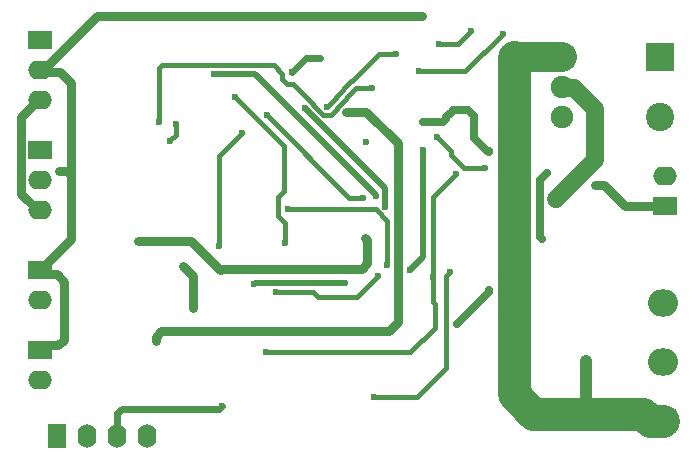
<source format=gbl>
G04*
G04 #@! TF.GenerationSoftware,Altium Limited,Altium Designer,22.5.1 (42)*
G04*
G04 Layer_Physical_Order=2*
G04 Layer_Color=16711680*
%FSLAX44Y44*%
%MOMM*%
G71*
G04*
G04 #@! TF.SameCoordinates,7BE4DF7C-7C26-4D94-8E65-31FE19049D94*
G04*
G04*
G04 #@! TF.FilePolarity,Positive*
G04*
G01*
G75*
%ADD16C,0.5000*%
%ADD60C,0.4000*%
%ADD61C,0.8000*%
%ADD63C,1.0000*%
%ADD64C,0.7000*%
%ADD66C,0.6000*%
%ADD67C,2.8000*%
%ADD68C,2.5000*%
G04:AMPARAMS|DCode=69|XSize=2.54mm|YSize=2.3mm|CornerRadius=0.575mm|HoleSize=0mm|Usage=FLASHONLY|Rotation=180.000|XOffset=0mm|YOffset=0mm|HoleType=Round|Shape=RoundedRectangle|*
%AMROUNDEDRECTD69*
21,1,2.5400,1.1500,0,0,180.0*
21,1,1.3900,2.3000,0,0,180.0*
1,1,1.1500,-0.6950,0.5750*
1,1,1.1500,0.6950,0.5750*
1,1,1.1500,0.6950,-0.5750*
1,1,1.1500,-0.6950,-0.5750*
%
%ADD69ROUNDEDRECTD69*%
%ADD70O,2.5400X2.3000*%
%ADD71R,2.0000X1.6000*%
%ADD72O,2.0000X1.6000*%
%ADD73R,1.9100X1.9100*%
%ADD74C,1.9100*%
%ADD75R,1.6000X2.0000*%
%ADD76O,1.6000X2.0000*%
%ADD77R,2.4000X2.4000*%
%ADD78C,2.4000*%
%ADD79C,0.6000*%
%ADD80C,1.5000*%
D16*
X256000Y308000D02*
X323549Y240451D01*
Y224497D02*
Y240451D01*
X213000Y158550D02*
X213271D01*
X214721Y160000D01*
X290000D01*
X316049Y233445D02*
X316549Y233945D01*
Y234443D01*
X213992Y337000D02*
X316549Y234443D01*
X179000Y337000D02*
X213992D01*
X345000Y171000D02*
X356000Y182000D01*
Y272000D01*
D60*
X379691Y268309D02*
X391000Y257000D01*
X368000Y283000D02*
X379691Y271309D01*
Y268309D02*
Y271309D01*
X242000Y222000D02*
X316000D01*
X391000Y257000D02*
X409000D01*
X293877Y232123D02*
X305322D01*
X224000Y302000D02*
X293877Y232123D01*
X263000Y310192D02*
X271192Y302000D01*
X299802Y325000D02*
X313000D01*
X283000Y308198D02*
X299802Y325000D01*
X283000Y307101D02*
Y308198D01*
X282158Y316158D02*
Y317643D01*
X277899Y302000D02*
X283000Y307101D01*
X271192Y302000D02*
X277899D01*
X275000Y309000D02*
X282158Y316158D01*
Y317643D02*
X295515Y331000D01*
X237000Y332100D02*
Y336899D01*
X245900Y328000D02*
X263000Y310900D01*
X241101Y328000D02*
X245900D01*
X229900Y344000D02*
X237000Y336899D01*
X135343Y344000D02*
X229900D01*
X263000Y310192D02*
Y310900D01*
X237000Y332100D02*
X241101Y328000D01*
X364805Y143424D02*
X366000Y142229D01*
X364805Y232633D02*
X384000Y251828D01*
X364805Y143424D02*
Y232633D01*
X376000Y165657D02*
X379000Y168657D01*
Y169000D01*
X376000Y88000D02*
Y165657D01*
X351000Y63000D02*
X376000Y88000D01*
X232000Y152000D02*
X263271D01*
X267271Y148000D01*
X352500Y339000D02*
X392000D01*
X315000Y63000D02*
X351000D01*
X392000Y339000D02*
X424000Y371000D01*
X267271Y148000D02*
X300000D01*
X295515Y331000D02*
X296000D01*
X384000Y251828D02*
Y252000D01*
X233000Y216656D02*
Y232771D01*
Y216656D02*
X239000Y210656D01*
Y194000D02*
Y210656D01*
X316000Y222000D02*
X326000Y212000D01*
Y175000D02*
Y212000D01*
X183346Y267346D02*
X203000Y287000D01*
X183346Y190773D02*
Y267346D01*
X366000Y122000D02*
Y142229D01*
X197000Y317000D02*
X238000Y276000D01*
Y237771D02*
Y276000D01*
X296000Y331000D02*
X319000Y354000D01*
X333000D01*
X133000Y296000D02*
Y341657D01*
X135343Y344000D01*
X300000Y148000D02*
X318000Y166000D01*
X233000Y232771D02*
X238000Y237771D01*
X386000Y362000D02*
X397000Y373000D01*
X370000Y362000D02*
X386000D01*
X223000Y101000D02*
X345000D01*
X366000Y122000D01*
X142000Y280000D02*
Y280541D01*
X146617Y285159D01*
Y293617D02*
X147000Y294000D01*
X146617Y285159D02*
Y293617D01*
D61*
X291000Y304885D02*
X308115D01*
X58000Y255000D02*
Y329000D01*
X48000Y255000D02*
X54411D01*
X58000Y251411D01*
Y255000D01*
X502000Y243000D02*
X509000D01*
X527000Y225000D01*
X561000D01*
X130000Y114314D02*
X134686Y119000D01*
X327314D01*
X130000Y110858D02*
Y114314D01*
X153000Y174000D02*
X161000Y166000D01*
Y139000D02*
Y166000D01*
X309000Y176686D02*
Y196000D01*
X307000Y198000D02*
X309000Y196000D01*
X308115Y304885D02*
X335000Y278000D01*
Y126686D02*
Y278000D01*
X327314Y119000D02*
X335000Y126686D01*
X304314Y172000D02*
X309000Y176686D01*
X186000Y172000D02*
X304314D01*
X185000Y171000D02*
X186000Y172000D01*
X184000Y171000D02*
X185000D01*
X115000Y195000D02*
X160000D01*
X184000Y171000D01*
X32000D02*
X36000Y167000D01*
X46000D01*
X52000Y161000D01*
X36000Y107000D02*
X47314D01*
X52000Y111686D01*
Y161000D01*
X32000Y103000D02*
X36000Y107000D01*
X58000Y197000D02*
Y251411D01*
X34000Y171000D02*
X38000Y175000D01*
Y177000D01*
X58000Y197000D01*
X32000Y171000D02*
X34000D01*
X30284Y314780D02*
X32000D01*
X16000Y300496D02*
X30284Y314780D01*
X16000Y235484D02*
Y300496D01*
Y235484D02*
X30284Y221200D01*
X32000D01*
Y340180D02*
X33531Y338649D01*
X48351D01*
X58000Y329000D01*
X260000Y386000D02*
X355000D01*
X123000D02*
X260000D01*
X34000Y340180D02*
X79820Y386000D01*
X123000D01*
X32000Y340180D02*
X34000D01*
D63*
X494000Y51000D02*
Y94000D01*
Y51000D02*
X496000Y49000D01*
D64*
X385000Y125000D02*
X412174Y152174D01*
Y153497D01*
X455000Y247000D02*
X461000Y253000D01*
X455000Y199000D02*
Y247000D01*
Y199000D02*
X457000Y197000D01*
X356164Y296103D02*
X373103D01*
X411617Y271383D02*
X412000Y271000D01*
X410243Y271383D02*
X411617D01*
X398942Y282684D02*
X410243Y271383D01*
X398942Y282684D02*
Y301058D01*
X373103Y296103D02*
X375931Y298931D01*
Y300227D01*
X381500Y305796D01*
Y306338D01*
X383000Y306000D02*
X394000D01*
X398942Y301058D01*
D66*
X245000Y338000D02*
X256835Y349835D01*
X268923D01*
X100915Y53000D02*
X183500D01*
X186000Y55500D01*
X97400Y30000D02*
Y49485D01*
X100915Y53000D01*
D67*
X433000Y65402D02*
Y351000D01*
Y65402D02*
X449402Y49000D01*
X496000D01*
X542000D01*
X548470Y42530D01*
X559000D01*
D68*
X433000Y351000D02*
X474000D01*
D69*
X559000Y42530D02*
D03*
D70*
Y92530D02*
D03*
Y142530D02*
D03*
D71*
X32000Y103000D02*
D03*
X561000Y225000D02*
D03*
X32000Y171000D02*
D03*
Y365580D02*
D03*
Y272000D02*
D03*
D72*
Y77600D02*
D03*
X561000Y250400D02*
D03*
X32000Y145600D02*
D03*
Y314780D02*
D03*
Y340180D02*
D03*
Y221200D02*
D03*
Y246600D02*
D03*
D73*
X474000Y351000D02*
D03*
D74*
X474000Y325500D02*
D03*
Y300000D02*
D03*
D75*
X46600Y30000D02*
D03*
D76*
X72000D02*
D03*
X122800D02*
D03*
X97400D02*
D03*
D77*
X557000Y351000D02*
D03*
D78*
Y300200D02*
D03*
D79*
X368000Y283000D02*
D03*
X242000Y222000D02*
D03*
X224000Y302000D02*
D03*
X275000Y309000D02*
D03*
X291000Y304885D02*
D03*
X48000Y255000D02*
D03*
X364805Y164938D02*
D03*
X412174Y153497D02*
D03*
X245000Y338000D02*
D03*
X385000Y125000D02*
D03*
X356164Y296103D02*
D03*
X213000Y158550D02*
D03*
X232000Y152000D02*
D03*
X352500Y339000D02*
D03*
X412000Y271000D02*
D03*
X308000Y279000D02*
D03*
X268923Y349835D02*
D03*
X469000Y231000D02*
D03*
X457000Y197000D02*
D03*
X461000Y253000D02*
D03*
X398942Y282684D02*
D03*
X186000Y55500D02*
D03*
X494000Y94000D02*
D03*
X502000Y243000D02*
D03*
X315000Y63000D02*
D03*
X424000Y371000D02*
D03*
X409000Y257000D02*
D03*
X256000Y308000D02*
D03*
X384000Y252000D02*
D03*
X381500Y306338D02*
D03*
X130000Y110858D02*
D03*
X153000Y174000D02*
D03*
X161000Y139000D02*
D03*
X307000Y198000D02*
D03*
X290000Y160000D02*
D03*
X239000Y194000D02*
D03*
X323549Y224497D02*
D03*
X316049Y233445D02*
D03*
X203000Y287000D02*
D03*
X379000Y169000D02*
D03*
X305322Y232123D02*
D03*
X326000Y175000D02*
D03*
X345000Y171000D02*
D03*
X313000Y325000D02*
D03*
X133000Y296000D02*
D03*
X318000Y166000D02*
D03*
X183346Y190773D02*
D03*
X333000Y354000D02*
D03*
X355000Y386000D02*
D03*
X356000Y272000D02*
D03*
X197000Y317000D02*
D03*
X179000Y337000D02*
D03*
X185000Y171000D02*
D03*
X115000Y195000D02*
D03*
X370000Y362000D02*
D03*
X397000Y373000D02*
D03*
X223000Y101000D02*
D03*
X147000Y294000D02*
D03*
X142000Y280000D02*
D03*
X260000Y386000D02*
D03*
X123000D02*
D03*
D80*
X469000Y231000D02*
X502000Y264000D01*
Y307000D01*
X474000Y325500D02*
X474785Y324715D01*
X484285D02*
X502000Y307000D01*
X474785Y324715D02*
X484285D01*
M02*

</source>
